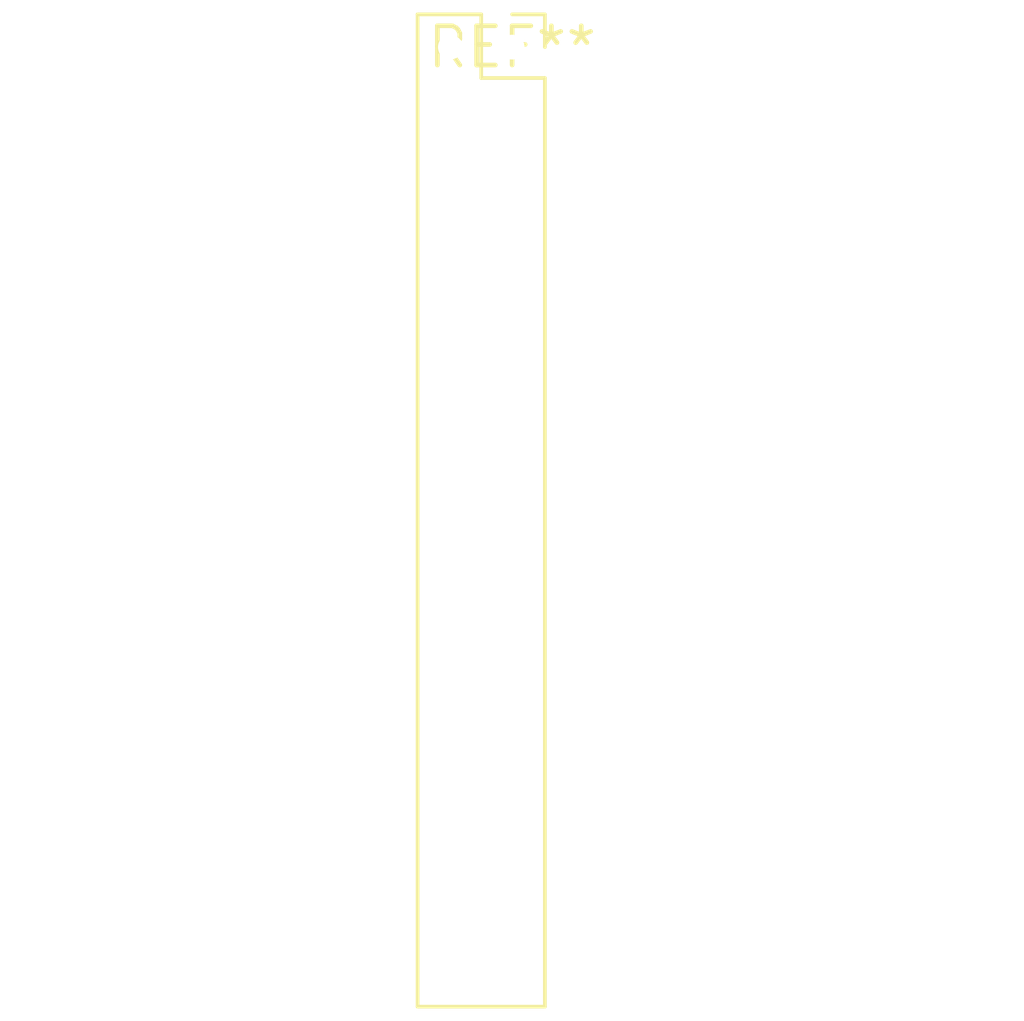
<source format=kicad_pcb>
(kicad_pcb (version 20240108) (generator pcbnew)
  (layers (0 "F.Cu" signal) (31 "B.Cu" signal) (34 "B.Paste" user) (35 "F.Paste" user) (36 "B.SilkS" user "B.Silkscreen") (37 "F.SilkS" user "F.Silkscreen") (38 "B.Mask" user) (39 "F.Mask" user) (44 "Edge.Cuts" user))
  (net 0 "")
  (footprint "PinSocket_2x16_P2.00mm_Vertical" (layer "F.Cu") (at 0 0)
    (property "Reference" "REF**")
    (property "Value" "PinSocket_2x16_P2.00mm_Vertical")
    (fp_line (start -3.06 -1.06) (end -3.06 31.06) (layer "F.SilkS") (stroke (width 0.12)))
    (fp_line (start -3.06 -1.06) (end -1 -1.06) (layer "F.SilkS") (stroke (width 0.12)))
    (fp_line (start -3.06 31.06) (end 1.06 31.06) (layer "F.SilkS") (stroke (width 0.12)))
    (fp_line (start -1 -1.06) (end -1 1) (layer "F.SilkS") (stroke (width 0.12)))
    (fp_line (start -1 1) (end 1.06 1) (layer "F.SilkS") (stroke (width 0.12)))
    (fp_line (start 0 -1.06) (end 1.06 -1.06) (layer "F.SilkS") (stroke (width 0.12)))
    (fp_line (start 1.06 -1.06) (end 1.06 0) (layer "F.SilkS") (stroke (width 0.12)))
    (fp_line (start 1.06 1) (end 1.06 31.06) (layer "F.SilkS") (stroke (width 0.12)))
    (pad "1" thru_hole rect (at 0 0) (size 1.35 1.35) (drill 0.8) (layers *.Cu *.Mask) (remove_unused_layers))
    (pad "2" thru_hole oval (at -2 0) (size 1.35 1.35) (drill 0.8) (layers *.Cu *.Mask) (remove_unused_layers))
    (pad "3" thru_hole oval (at 0 2) (size 1.35 1.35) (drill 0.8) (layers *.Cu *.Mask) (remove_unused_layers))
    (pad "4" thru_hole oval (at -2 2) (size 1.35 1.35) (drill 0.8) (layers *.Cu *.Mask) (remove_unused_layers))
    (pad "5" thru_hole oval (at 0 4) (size 1.35 1.35) (drill 0.8) (layers *.Cu *.Mask) (remove_unused_layers))
    (pad "6" thru_hole oval (at -2 4) (size 1.35 1.35) (drill 0.8) (layers *.Cu *.Mask) (remove_unused_layers))
    (pad "7" thru_hole oval (at 0 6) (size 1.35 1.35) (drill 0.8) (layers *.Cu *.Mask) (remove_unused_layers))
    (pad "8" thru_hole oval (at -2 6) (size 1.35 1.35) (drill 0.8) (layers *.Cu *.Mask) (remove_unused_layers))
    (pad "9" thru_hole oval (at 0 8) (size 1.35 1.35) (drill 0.8) (layers *.Cu *.Mask) (remove_unused_layers))
    (pad "10" thru_hole oval (at -2 8) (size 1.35 1.35) (drill 0.8) (layers *.Cu *.Mask) (remove_unused_layers))
    (pad "11" thru_hole oval (at 0 10) (size 1.35 1.35) (drill 0.8) (layers *.Cu *.Mask) (remove_unused_layers))
    (pad "12" thru_hole oval (at -2 10) (size 1.35 1.35) (drill 0.8) (layers *.Cu *.Mask) (remove_unused_layers))
    (pad "13" thru_hole oval (at 0 12) (size 1.35 1.35) (drill 0.8) (layers *.Cu *.Mask) (remove_unused_layers))
    (pad "14" thru_hole oval (at -2 12) (size 1.35 1.35) (drill 0.8) (layers *.Cu *.Mask) (remove_unused_layers))
    (pad "15" thru_hole oval (at 0 14) (size 1.35 1.35) (drill 0.8) (layers *.Cu *.Mask) (remove_unused_layers))
    (pad "16" thru_hole oval (at -2 14) (size 1.35 1.35) (drill 0.8) (layers *.Cu *.Mask) (remove_unused_layers))
    (pad "17" thru_hole oval (at 0 16) (size 1.35 1.35) (drill 0.8) (layers *.Cu *.Mask) (remove_unused_layers))
    (pad "18" thru_hole oval (at -2 16) (size 1.35 1.35) (drill 0.8) (layers *.Cu *.Mask) (remove_unused_layers))
    (pad "19" thru_hole oval (at 0 18) (size 1.35 1.35) (drill 0.8) (layers *.Cu *.Mask) (remove_unused_layers))
    (pad "20" thru_hole oval (at -2 18) (size 1.35 1.35) (drill 0.8) (layers *.Cu *.Mask) (remove_unused_layers))
    (pad "21" thru_hole oval (at 0 20) (size 1.35 1.35) (drill 0.8) (layers *.Cu *.Mask) (remove_unused_layers))
    (pad "22" thru_hole oval (at -2 20) (size 1.35 1.35) (drill 0.8) (layers *.Cu *.Mask) (remove_unused_layers))
    (pad "23" thru_hole oval (at 0 22) (size 1.35 1.35) (drill 0.8) (layers *.Cu *.Mask) (remove_unused_layers))
    (pad "24" thru_hole oval (at -2 22) (size 1.35 1.35) (drill 0.8) (layers *.Cu *.Mask) (remove_unused_layers))
    (pad "25" thru_hole oval (at 0 24) (size 1.35 1.35) (drill 0.8) (layers *.Cu *.Mask) (remove_unused_layers))
    (pad "26" thru_hole oval (at -2 24) (size 1.35 1.35) (drill 0.8) (layers *.Cu *.Mask) (remove_unused_layers))
    (pad "27" thru_hole oval (at 0 26) (size 1.35 1.35) (drill 0.8) (layers *.Cu *.Mask) (remove_unused_layers))
    (pad "28" thru_hole oval (at -2 26) (size 1.35 1.35) (drill 0.8) (layers *.Cu *.Mask) (remove_unused_layers))
    (pad "29" thru_hole oval (at 0 28) (size 1.35 1.35) (drill 0.8) (layers *.Cu *.Mask) (remove_unused_layers))
    (pad "30" thru_hole oval (at -2 28) (size 1.35 1.35) (drill 0.8) (layers *.Cu *.Mask) (remove_unused_layers))
    (pad "31" thru_hole oval (at 0 30) (size 1.35 1.35) (drill 0.8) (layers *.Cu *.Mask) (remove_unused_layers))
    (pad "32" thru_hole oval (at -2 30) (size 1.35 1.35) (drill 0.8) (layers *.Cu *.Mask) (remove_unused_layers))
  )
)
</source>
